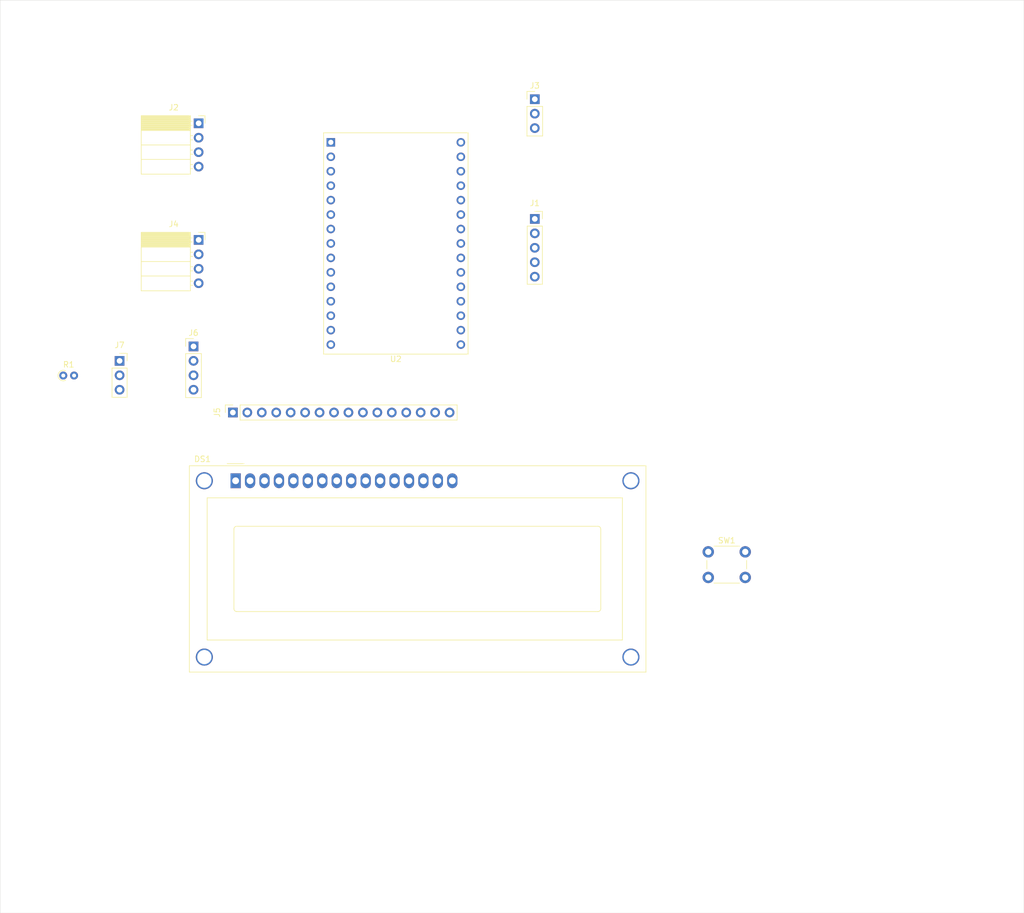
<source format=kicad_pcb>
(kicad_pcb (version 20241229) (generator "pcbnew") (generator_version "9.0")
  (layers (0 "F.Cu" signal) (2 "B.Cu" signal) (13 "F.Paste" user) (15 "B.Paste" user) (5 "F.SilkS" user "F.Silkscreen") (7 "B.SilkS" user "B.Silkscreen") (1 "F.Mask" user) (3 "B.Mask" user) (25 "Edge.Cuts" user))
  (net 0 "")
  (net 4 "SDA")
  (net 14 "SCL")
  (net 17 "3V")
  (net 19 "T_E")
  (net 20 "DIN_B")
  (net 23 "INT")
  (net 25 "5v")
  (net 26 "GND")
  (net 27 "AO_mq7")
  (net 28 "DO_mq7")
  (net 29 "AO_dht")
  (net 30 "DO_mq135")
  (net 31 "AO_mq135")
  (net 32 "VDD")
  (net 33 "VSS")
  (net 34 "A")
  (net 35 "E")
  (net 36 "V0")
  (net 37 "RW")
  (net 38 "K")
  (net 39 "RS")
  (net 40 "D4")
  (net 41 "D6")
  (net 42 "D3")
  (net 43 "D2")
  (net 44 "D7")
  (net 45 "D0")
  (net 46 "D1")
  (net 47 "D5")
  (net 49 "DIN_T")
  (net 50 "DOUT_T")
  (footprint "Connector_PinHeader_2.54mm:PinHeader_1x04_P2.54mm_Vertical" (layer "F.Cu") (at 75 115.38)
    (property "Reference" "J6" (at 0 -2.38 0) (layer "F.SilkS"))
    (property "Value" "I2C Output")
    (fp_line (start -1.38 -1.38) (end 0 -1.38) (stroke (width 0.12)) (layer "F.SilkS"))
    (fp_line (start -1.38 0) (end -1.38 -1.38) (stroke (width 0.12)) (layer "F.SilkS"))
    (fp_line (start -1.38 1.27) (end -1.38 9) (stroke (width 0.12)) (layer "F.SilkS"))
    (fp_line (start -1.38 1.27) (end 1.38 1.27) (stroke (width 0.12)) (layer "F.SilkS"))
    (fp_line (start -1.38 9) (end 1.38 9) (stroke (width 0.12)) (layer "F.SilkS"))
    (fp_line (start 1.38 1.27) (end 1.38 9) (stroke (width 0.12)) (layer "F.SilkS"))
    (pad "1" thru_hole rect (at 0 0) (size 1.7 1.7) (drill 1) (layers "*.Cu" "*.Mask") (net 14 "SCL"))
    (pad "2" thru_hole circle (at 0 2.54) (size 1.7 1.7) (drill 1) (layers "*.Cu" "*.Mask") (net 4 "SDA"))
    (pad "3" thru_hole circle (at 0 5.08) (size 1.7 1.7) (drill 1) (layers "*.Cu" "*.Mask") (net 25 "5v"))
    (pad "4" thru_hole circle (at 0 7.62) (size 1.7 1.7) (drill 1) (layers "*.Cu" "*.Mask") (net 19 "T_E"))
  )
  (footprint "RF_Module:ESP32-C3-DevKitM-1" (layer "F.Cu") (at 99.14 79.5)
    (property "Reference" "U2" (at 11.43 38.1 0) (layer "F.SilkS"))
    (property "Value" "ESP32 NodeMCU")
    (fp_line (start -1.27 -1.68) (end 24.13 -1.68) (stroke (width 0.12)) (layer "F.SilkS"))
    (fp_line (start -1.27 37.24) (end -1.27 -1.68) (stroke (width 0.12)) (layer "F.SilkS"))
    (fp_line (start 24.13 -1.68) (end 24.13 37.24) (stroke (width 0.12)) (layer "F.SilkS"))
    (fp_line (start 24.13 37.24) (end -1.27 37.24) (stroke (width 0.12)) (layer "F.SilkS"))
    (pad "1" thru_hole rect (at 0 0) (size 1.5 1.5) (drill 0.9) (layers "*.Cu" "*.Mask"))
    (pad "2" thru_hole circle (at 0 2.54) (size 1.5 1.5) (drill 0.9) (layers "*.Cu" "*.Mask"))
    (pad "3" thru_hole circle (at 0 5.08) (size 1.5 1.5) (drill 0.9) (layers "*.Cu" "*.Mask"))
    (pad "4" thru_hole circle (at 0 7.62) (size 1.5 1.5) (drill 0.9) (layers "*.Cu" "*.Mask") (net 27 "AO_mq7"))
    (pad "5" thru_hole circle (at 0 10.16) (size 1.5 1.5) (drill 0.9) (layers "*.Cu" "*.Mask") (net 31 "AO_mq135"))
    (pad "6" thru_hole circle (at 0 12.7) (size 1.5 1.5) (drill 0.9) (layers "*.Cu" "*.Mask"))
    (pad "7" thru_hole circle (at 0 15.24) (size 1.5 1.5) (drill 0.9) (layers "*.Cu" "*.Mask"))
    (pad "8" thru_hole circle (at 0 17.78) (size 1.5 1.5) (drill 0.9) (layers "*.Cu" "*.Mask") (net 29 "AO_dht"))
    (pad "9" thru_hole circle (at 0 20.32) (size 1.5 1.5) (drill 0.9) (layers "*.Cu" "*.Mask") (net 20 "DIN_B"))
    (pad "10" thru_hole circle (at 0 22.86) (size 1.5 1.5) (drill 0.9) (layers "*.Cu" "*.Mask") (net 50 "DOUT_T"))
    (pad "11" thru_hole circle (at 0 25.4) (size 1.5 1.5) (drill 0.9) (layers "*.Cu" "*.Mask"))
    (pad "12" thru_hole circle (at 0 27.94) (size 1.5 1.5) (drill 0.9) (layers "*.Cu" "*.Mask"))
    (pad "13" thru_hole circle (at 0 30.48) (size 1.5 1.5) (drill 0.9) (layers "*.Cu" "*.Mask"))
    (pad "14" thru_hole circle (at 0 33.02) (size 1.5 1.5) (drill 0.9) (layers "*.Cu" "*.Mask") (net 26 "GND"))
    (pad "15" thru_hole circle (at 0 35.56) (size 1.5 1.5) (drill 0.9) (layers "*.Cu" "*.Mask") (net 25 "5v"))
    (pad "16" thru_hole circle (at 22.86 35.56) (size 1.5 1.5) (drill 0.9) (layers "*.Cu" "*.Mask") (net 17 "3V"))
    (pad "17" thru_hole circle (at 22.86 33.02) (size 1.5 1.5) (drill 0.9) (layers "*.Cu" "*.Mask") (net 26 "GND"))
    (pad "18" thru_hole circle (at 22.86 30.48) (size 1.5 1.5) (drill 0.9) (layers "*.Cu" "*.Mask"))
    (pad "19" thru_hole circle (at 22.86 27.94) (size 1.5 1.5) (drill 0.9) (layers "*.Cu" "*.Mask"))
    (pad "20" thru_hole circle (at 22.86 25.4) (size 1.5 1.5) (drill 0.9) (layers "*.Cu" "*.Mask"))
    (pad "21" thru_hole circle (at 22.86 22.86) (size 1.5 1.5) (drill 0.9) (layers "*.Cu" "*.Mask"))
    (pad "22" thru_hole circle (at 22.86 20.32) (size 1.5 1.5) (drill 0.9) (layers "*.Cu" "*.Mask"))
    (pad "23" thru_hole circle (at 22.86 17.78) (size 1.5 1.5) (drill 0.9) (layers "*.Cu" "*.Mask"))
    (pad "24" thru_hole circle (at 22.86 15.24) (size 1.5 1.5) (drill 0.9) (layers "*.Cu" "*.Mask"))
    (pad "25" thru_hole circle (at 22.86 12.7) (size 1.5 1.5) (drill 0.9) (layers "*.Cu" "*.Mask"))
    (pad "26" thru_hole circle (at 22.86 10.16) (size 1.5 1.5) (drill 0.9) (layers "*.Cu" "*.Mask") (net 4 "SDA"))
    (pad "27" thru_hole circle (at 22.86 7.62) (size 1.5 1.5) (drill 0.9) (layers "*.Cu" "*.Mask"))
    (pad "28" thru_hole circle (at 22.86 5.08) (size 1.5 1.5) (drill 0.9) (layers "*.Cu" "*.Mask"))
    (pad "29" thru_hole circle (at 22.86 2.54) (size 1.5 1.5) (drill 0.9) (layers "*.Cu" "*.Mask") (net 14 "SCL"))
    (pad "30" thru_hole circle (at 22.86 0) (size 1.5 1.5) (drill 0.9) (layers "*.Cu" "*.Mask"))
  )
  (footprint "Display:WC1602A" (layer "F.Cu") (at 82.4 139)
    (property "Reference" "DS1" (at -5.82 -3.81 0) (layer "F.SilkS"))
    (property "Value" "WC1602A" (hide yes))
    (fp_line (start -8.14 -2.64) (end -8.14 33.64) (stroke (width 0.12)) (layer "F.SilkS"))
    (fp_line (start -8.14 33.64) (end 72.14 33.64) (stroke (width 0.12)) (layer "F.SilkS"))
    (fp_line (start -8.13 -2.64) (end -7.34 -2.64) (stroke (width 0.12)) (layer "F.SilkS"))
    (fp_line (start -5 3) (end 68 3) (stroke (width 0.12)) (layer "F.SilkS"))
    (fp_line (start -5 28) (end -5 3) (stroke (width 0.12)) (layer "F.SilkS"))
    (fp_line (start -1.5 -3) (end 1.5 -3) (stroke (width 0.12)) (layer "F.SilkS"))
    (fp_line (start -0.29972 22.49932) (end -0.29972 8.5) (stroke (width 0.12)) (layer "F.SilkS"))
    (fp_line (start 0.2 8) (end 63.7 8) (stroke (width 0.12)) (layer "F.SilkS"))
    (fp_line (start 63.70066 23) (end 0.2 23) (stroke (width 0.12)) (layer "F.SilkS"))
    (fp_line (start 64.2 8.5) (end 64.2 22.5) (stroke (width 0.12)) (layer "F.SilkS"))
    (fp_line (start 68 3) (end 68 28) (stroke (width 0.12)) (layer "F.SilkS"))
    (fp_line (start 68 28) (end -5 28) (stroke (width 0.12)) (layer "F.SilkS"))
    (fp_line (start 72.14 -2.64) (end -7.34 -2.64) (stroke (width 0.12)) (layer "F.SilkS"))
    (fp_line (start 72.14 33.64) (end 72.14 -2.64) (stroke (width 0.12)) (layer "F.SilkS"))
    (fp_arc (start -0.29972 8.49884) (mid -0.153162 8.145018) (end 0.20066 7.99846) (stroke (width 0.12)) (layer "F.SilkS"))
    (fp_arc (start 0.20066 22.9997) (mid -0.153162 22.853142) (end -0.29972 22.49932) (stroke (width 0.12)) (layer "F.SilkS"))
    (fp_arc (start 63.7 8) (mid 64.053553 8.146447) (end 64.2 8.5) (stroke (width 0.12)) (layer "F.SilkS"))
    (fp_arc (start 64.20104 22.49932) (mid 64.054482 22.853142) (end 63.70066 22.9997) (stroke (width 0.12)) (layer "F.SilkS"))
    (pad "" thru_hole circle (at -5.4991 0) (size 3 3) (drill 2.5) (layers "*.Cu" "*.Mask"))
    (pad "" thru_hole circle (at -5.4991 31.0007) (size 3 3) (drill 2.5) (layers "*.Cu" "*.Mask"))
    (pad "" thru_hole circle (at 69.49948 31.0007) (size 3 3) (drill 2.5) (layers "*.Cu" "*.Mask"))
    (pad "" thru_hole circle (at 69.5 0) (size 3 3) (drill 2.5) (layers "*.Cu" "*.Mask"))
    (pad "1" thru_hole rect (at 0 0) (size 1.8 2.6) (drill 1.2) (layers "*.Cu" "*.Mask") (net 33 "VSS"))
    (pad "2" thru_hole oval (at 2.54 0) (size 1.8 2.6) (drill 1.2) (layers "*.Cu" "*.Mask") (net 32 "VDD"))
    (pad "3" thru_hole oval (at 5.08 0) (size 1.8 2.6) (drill 1.2) (layers "*.Cu" "*.Mask") (net 36 "V0"))
    (pad "4" thru_hole oval (at 7.62 0) (size 1.8 2.6) (drill 1.2) (layers "*.Cu" "*.Mask") (net 39 "RS"))
    (pad "5" thru_hole oval (at 10.16 0) (size 1.8 2.6) (drill 1.2) (layers "*.Cu" "*.Mask") (net 37 "RW"))
    (pad "6" thru_hole oval (at 12.7 0) (size 1.8 2.6) (drill 1.2) (layers "*.Cu" "*.Mask") (net 35 "E"))
    (pad "7" thru_hole oval (at 15.24 0) (size 1.8 2.6) (drill 1.2) (layers "*.Cu" "*.Mask") (net 45 "D0"))
    (pad "8" thru_hole oval (at 17.78 0) (size 1.8 2.6) (drill 1.2) (layers "*.Cu" "*.Mask") (net 46 "D1"))
    (pad "9" thru_hole oval (at 20.32 0) (size 1.8 2.6) (drill 1.2) (layers "*.Cu" "*.Mask") (net 43 "D2"))
    (pad "10" thru_hole oval (at 22.86 0) (size 1.8 2.6) (drill 1.2) (layers "*.Cu" "*.Mask") (net 42 "D3"))
    (pad "11" thru_hole oval (at 25.4 0) (size 1.8 2.6) (drill 1.2) (layers "*.Cu" "*.Mask") (net 40 "D4"))
    (pad "12" thru_hole oval (at 27.94 0) (size 1.8 2.6) (drill 1.2) (layers "*.Cu" "*.Mask") (net 47 "D5"))
    (pad "13" thru_hole oval (at 30.48 0) (size 1.8 2.6) (drill 1.2) (layers "*.Cu" "*.Mask") (net 41 "D6"))
    (pad "14" thru_hole oval (at 33.02 0) (size 1.8 2.6) (drill 1.2) (layers "*.Cu" "*.Mask") (net 44 "D7"))
    (pad "15" thru_hole oval (at 35.56 0) (size 1.8 2.6) (drill 1.2) (layers "*.Cu" "*.Mask") (net 34 "A"))
    (pad "16" thru_hole oval (at 38.1 0) (size 1.8 2.6) (drill 1.2) (layers "*.Cu" "*.Mask") (net 38 "K"))
  )
  (footprint "Resistor_THT:R_Axial_DIN0204_L3.6mm_D1.6mm_P1.90mm_Vertical" (layer "F.Cu") (at 52.1 120.5)
    (property "Reference" "R1" (at 0.95 -1.92 0) (layer "F.SilkS"))
    (property "Value" "470 Ohm")
    (fp_arc (start 0.417133 0.82) (mid -0.92 0) (end 0.417133 -0.82) (stroke (width 0.12)) (layer "F.SilkS"))
    (pad "1" thru_hole circle (at 0 0) (size 1.4 1.4) (drill 0.7) (layers "*.Cu" "*.Mask") (net 50 "DOUT_T"))
    (pad "2" thru_hole circle (at 1.9 0) (size 1.4 1.4) (drill 0.7) (layers "*.Cu" "*.Mask") (net 49 "DIN_T"))
  )
  (footprint "Connector_PinSocket_2.54mm:PinSocket_1x03_P2.54mm_Vertical" (layer "F.Cu") (at 62 117.92)
    (property "Reference" "J7" (at 0 -2.77 0) (layer "F.SilkS"))
    (property "Value" "TO-92 S9013 NPN")
    (fp_line (start -1.33 1.27) (end -1.33 6.41) (stroke (width 0.12)) (layer "F.SilkS"))
    (fp_line (start -1.33 1.27) (end 1.33 1.27) (stroke (width 0.12)) (layer "F.SilkS"))
    (fp_line (start -1.33 6.41) (end 1.33 6.41) (stroke (width 0.12)) (layer "F.SilkS"))
    (fp_line (start 0 -1.33) (end 1.33 -1.33) (stroke (width 0.12)) (layer "F.SilkS"))
    (fp_line (start 1.33 -1.33) (end 1.33 0) (stroke (width 0.12)) (layer "F.SilkS"))
    (fp_line (start 1.33 1.27) (end 1.33 6.41) (stroke (width 0.12)) (layer "F.SilkS"))
    (pad "1" thru_hole rect (at 0 0) (size 1.7 1.7) (drill 1) (layers "*.Cu" "*.Mask") (net 26 "GND"))
    (pad "2" thru_hole circle (at 0 2.54) (size 1.7 1.7) (drill 1) (layers "*.Cu" "*.Mask") (net 49 "DIN_T"))
    (pad "3" thru_hole circle (at 0 5.08) (size 1.7 1.7) (drill 1) (layers "*.Cu" "*.Mask") (net 19 "T_E"))
  )
  (footprint "Connector_PinSocket_2.54mm:PinSocket_1x04_P2.54mm_Horizontal" (layer "F.Cu") (at 75.9 96.65)
    (property "Reference" "J4" (at -4.38 -2.77 0) (layer "F.SilkS"))
    (property "Value" "MQ135")
    (fp_line (start -10.09 -1.33) (end -10.09 8.95) (stroke (width 0.12)) (layer "F.SilkS"))
    (fp_line (start -10.09 -1.33) (end -1.46 -1.33) (stroke (width 0.12)) (layer "F.SilkS"))
    (fp_line (start -10.09 -1.21) (end -1.46 -1.21) (stroke (width 0.12)) (layer "F.SilkS"))
    (fp_line (start -10.09 -1.091905) (end -1.46 -1.091905) (stroke (width 0.12)) (layer "F.SilkS"))
    (fp_line (start -10.09 -0.97381) (end -1.46 -0.97381) (stroke (width 0.12)) (layer "F.SilkS"))
    (fp_line (start -10.09 -0.855715) (end -1.46 -0.855715) (stroke (width 0.12)) (layer "F.SilkS"))
    (fp_line (start -10.09 -0.73762) (end -1.46 -0.73762) (stroke (width 0.12)) (layer "F.SilkS"))
    (fp_line (start -10.09 -0.619525) (end -1.46 -0.619525) (stroke (width 0.12)) (layer "F.SilkS"))
    (fp_line (start -10.09 -0.50143) (end -1.46 -0.50143) (stroke (width 0.12)) (layer "F.SilkS"))
    (fp_line (start -10.09 -0.383335) (end -1.46 -0.383335) (stroke (width 0.12)) (layer "F.SilkS"))
    (fp_line (start -10.09 -0.26524) (end -1.46 -0.26524) (stroke (width 0.12)) (layer "F.SilkS"))
    (fp_line (start -10.09 -0.147145) (end -1.46 -0.147145) (stroke (width 0.12)) (layer "F.SilkS"))
    (fp_line (start -10.09 -0.02905) (end -1.46 -0.02905) (stroke (width 0.12)) (layer "F.SilkS"))
    (fp_line (start -10.09 0.089045) (end -1.46 0.089045) (stroke (width 0.12)) (layer "F.SilkS"))
    (fp_line (start -10.09 0.20714) (end -1.46 0.20714) (stroke (width 0.12)) (layer "F.SilkS"))
    (fp_line (start -10.09 0.325235) (end -1.46 0.325235) (stroke (width 0.12)) (layer "F.SilkS"))
    (fp_line (start -10.09 0.44333) (end -1.46 0.44333) (stroke (width 0.12)) (layer "F.SilkS"))
    (fp_line (start -10.09 0.561425) (end -1.46 0.561425) (stroke (width 0.12)) (layer "F.SilkS"))
    (fp_line (start -10.09 0.67952) (end -1.46 0.67952) (stroke (width 0.12)) (layer "F.SilkS"))
    (fp_line (start -10.09 0.797615) (end -1.46 0.797615) (stroke (width 0.12)) (layer "F.SilkS"))
    (fp_line (start -10.09 0.91571) (end -1.46 0.91571) (stroke (width 0.12)) (layer "F.SilkS"))
    (fp_line (start -10.09 1.033805) (end -1.46 1.033805) (stroke (width 0.12)) (layer "F.SilkS"))
    (fp_line (start -10.09 1.1519) (end -1.46 1.1519) (stroke (width 0.12)) (layer "F.SilkS"))
    (fp_line (start -10.09 1.27) (end -1.46 1.27) (stroke (width 0.12)) (layer "F.SilkS"))
    (fp_line (start -10.09 3.81) (end -1.46 3.81) (stroke (width 0.12)) (layer "F.SilkS"))
    (fp_line (start -10.09 6.35) (end -1.46 6.35) (stroke (width 0.12)) (layer "F.SilkS"))
    (fp_line (start -10.09 8.95) (end -1.46 8.95) (stroke (width 0.12)) (layer "F.SilkS"))
    (fp_line (start -1.46 -1.33) (end -1.46 8.95) (stroke (width 0.12)) (layer "F.SilkS"))
    (fp_line (start -1.46 -0.36) (end -1.11 -0.36) (stroke (width 0.12)) (layer "F.SilkS"))
    (fp_line (start -1.46 0.36) (end -1.11 0.36) (stroke (width 0.12)) (layer "F.SilkS"))
    (fp_line (start -1.46 2.18) (end -1.05 2.18) (stroke (width 0.12)) (layer "F.SilkS"))
    (fp_line (start -1.46 2.9) (end -1.05 2.9) (stroke (width 0.12)) (layer "F.SilkS"))
    (fp_line (start -1.46 4.72) (end -1.05 4.72) (stroke (width 0.12)) (layer "F.SilkS"))
    (fp_line (start -1.46 5.44) (end -1.05 5.44) (stroke (width 0.12)) (layer "F.SilkS"))
    (fp_line (start -1.46 7.26) (end -1.05 7.26) (stroke (width 0.12)) (layer "F.SilkS"))
    (fp_line (start -1.46 7.98) (end -1.05 7.98) (stroke (width 0.12)) (layer "F.SilkS"))
    (fp_line (start 0 -1.33) (end 1.11 -1.33) (stroke (width 0.12)) (layer "F.SilkS"))
    (fp_line (start 1.11 -1.33) (end 1.11 0) (stroke (width 0.12)) (layer "F.SilkS"))
    (pad "1" thru_hole rect (at 0 0) (size 1.7 1.7) (drill 1) (layers "*.Cu" "*.Mask") (net 25 "5v"))
    (pad "2" thru_hole circle (at 0 2.54) (size 1.7 1.7) (drill 1) (layers "*.Cu" "*.Mask") (net 26 "GND"))
    (pad "3" thru_hole circle (at 0 5.08) (size 1.7 1.7) (drill 1) (layers "*.Cu" "*.Mask") (net 30 "DO_mq135"))
    (pad "4" thru_hole circle (at 0 7.62) (size 1.7 1.7) (drill 1) (layers "*.Cu" "*.Mask") (net 31 "AO_mq135"))
  )
  (footprint "Connector_PinSocket_2.54mm:PinSocket_1x05_P2.54mm_Vertical" (layer "F.Cu") (at 135 92.96)
    (property "Reference" "J1" (at 0 -2.77 0) (layer "F.SilkS"))
    (property "Value" "TSL2561")
    (fp_line (start -1.33 1.27) (end -1.33 11.49) (stroke (width 0.12)) (layer "F.SilkS"))
    (fp_line (start -1.33 1.27) (end 1.33 1.27) (stroke (width 0.12)) (layer "F.SilkS"))
    (fp_line (start -1.33 11.49) (end 1.33 11.49) (stroke (width 0.12)) (layer "F.SilkS"))
    (fp_line (start 0 -1.33) (end 1.33 -1.33) (stroke (width 0.12)) (layer "F.SilkS"))
    (fp_line (start 1.33 -1.33) (end 1.33 0) (stroke (width 0.12)) (layer "F.SilkS"))
    (fp_line (start 1.33 1.27) (end 1.33 11.49) (stroke (width 0.12)) (layer "F.SilkS"))
    (pad "1" thru_hole rect (at 0 0) (size 1.7 1.7) (drill 1) (layers "*.Cu" "*.Mask") (net 17 "3V"))
    (pad "2" thru_hole circle (at 0 2.54) (size 1.7 1.7) (drill 1) (layers "*.Cu" "*.Mask") (net 26 "GND"))
    (pad "3" thru_hole circle (at 0 5.08) (size 1.7 1.7) (drill 1) (layers "*.Cu" "*.Mask") (net 14 "SCL"))
    (pad "4" thru_hole circle (at 0 7.62) (size 1.7 1.7) (drill 1) (layers "*.Cu" "*.Mask") (net 4 "SDA"))
    (pad "5" thru_hole circle (at 0 10.16) (size 1.7 1.7) (drill 1) (layers "*.Cu" "*.Mask") (net 23 "INT"))
  )
  (footprint "Connector_PinHeader_2.54mm:PinHeader_1x03_P2.54mm_Vertical" (layer "F.Cu") (at 135 71.92)
    (property "Reference" "J3" (at 0 -2.38 0) (layer "F.SilkS"))
    (property "Value" "DHT22")
    (fp_line (start -1.38 -1.38) (end 0 -1.38) (stroke (width 0.12)) (layer "F.SilkS"))
    (fp_line (start -1.38 0) (end -1.38 -1.38) (stroke (width 0.12)) (layer "F.SilkS"))
    (fp_line (start -1.38 1.27) (end -1.38 6.46) (stroke (width 0.12)) (layer "F.SilkS"))
    (fp_line (start -1.38 1.27) (end 1.38 1.27) (stroke (width 0.12)) (layer "F.SilkS"))
    (fp_line (start -1.38 6.46) (end 1.38 6.46) (stroke (width 0.12)) (layer "F.SilkS"))
    (fp_line (start 1.38 1.27) (end 1.38 6.46) (stroke (width 0.12)) (layer "F.SilkS"))
    (pad "1" thru_hole rect (at 0 0) (size 1.7 1.7) (drill 1) (layers "*.Cu" "*.Mask") (net 26 "GND"))
    (pad "2" thru_hole circle (at 0 2.54) (size 1.7 1.7) (drill 1) (layers "*.Cu" "*.Mask") (net 29 "AO_dht"))
    (pad "3" thru_hole circle (at 0 5.08) (size 1.7 1.7) (drill 1) (layers "*.Cu" "*.Mask") (net 17 "3V"))
  )
  (footprint "Connector_PinSocket_2.54mm:PinSocket_1x04_P2.54mm_Horizontal" (layer "F.Cu") (at 75.9 76.15)
    (property "Reference" "J2" (at -4.38 -2.77 0) (layer "F.SilkS"))
    (property "Value" "MQ7")
    (fp_line (start -10.09 -1.33) (end -10.09 8.95) (stroke (width 0.12)) (layer "F.SilkS"))
    (fp_line (start -10.09 -1.33) (end -1.46 -1.33) (stroke (width 0.12)) (layer "F.SilkS"))
    (fp_line (start -10.09 -1.21) (end -1.46 -1.21) (stroke (width 0.12)) (layer "F.SilkS"))
    (fp_line (start -10.09 -1.091905) (end -1.46 -1.091905) (stroke (width 0.12)) (layer "F.SilkS"))
    (fp_line (start -10.09 -0.97381) (end -1.46 -0.97381) (stroke (width 0.12)) (layer "F.SilkS"))
    (fp_line (start -10.09 -0.855715) (end -1.46 -0.855715) (stroke (width 0.12)) (layer "F.SilkS"))
    (fp_line (start -10.09 -0.73762) (end -1.46 -0.73762) (stroke (width 0.12)) (layer "F.SilkS"))
    (fp_line (start -10.09 -0.619525) (end -1.46 -0.619525) (stroke (width 0.12)) (layer "F.SilkS"))
    (fp_line (start -10.09 -0.50143) (end -1.46 -0.50143) (stroke (width 0.12)) (layer "F.SilkS"))
    (fp_line (start -10.09 -0.383335) (end -1.46 -0.383335) (stroke (width 0.12)) (layer "F.SilkS"))
    (fp_line (start -10.09 -0.26524) (end -1.46 -0.26524) (stroke (width 0.12)) (layer "F.SilkS"))
    (fp_line (start -10.09 -0.147145) (end -1.46 -0.147145) (stroke (width 0.12)) (layer "F.SilkS"))
    (fp_line (start -10.09 -0.02905) (end -1.46 -0.02905) (stroke (width 0.12)) (layer "F.SilkS"))
    (fp_line (start -10.09 0.089045) (end -1.46 0.089045) (stroke (width 0.12)) (layer "F.SilkS"))
    (fp_line (start -10.09 0.20714) (end -1.46 0.20714) (stroke (width 0.12)) (layer "F.SilkS"))
    (fp_line (start -10.09 0.325235) (end -1.46 0.325235) (stroke (width 0.12)) (layer "F.SilkS"))
    (fp_line (start -10.09 0.44333) (end -1.46 0.44333) (stroke (width 0.12)) (layer "F.SilkS"))
    (fp_line (start -10.09 0.561425) (end -1.46 0.561425) (stroke (width 0.12)) (layer "F.SilkS"))
    (fp_line (start -10.09 0.67952) (end -1.46 0.67952) (stroke (width 0.12)) (layer "F.SilkS"))
    (fp_line (start -10.09 0.797615) (end -1.46 0.797615) (stroke (width 0.12)) (layer "F.SilkS"))
    (fp_line (start -10.09 0.91571) (end -1.46 0.91571) (stroke (width 0.12)) (layer "F.SilkS"))
    (fp_line (start -10.09 1.033805) (end -1.46 1.033805) (stroke (width 0.12)) (layer "F.SilkS"))
    (fp_line (start -10.09 1.1519) (end -1.46 1.1519) (stroke (width 0.12)) (layer "F.SilkS"))
    (fp_line (start -10.09 1.27) (end -1.46 1.27) (stroke (width 0.12)) (layer "F.SilkS"))
    (fp_line (start -10.09 3.81) (end -1.46 3.81) (stroke (width 0.12)) (layer "F.SilkS"))
    (fp_line (start -10.09 6.35) (end -1.46 6.35) (stroke (width 0.12)) (layer "F.SilkS"))
    (fp_line (start -10.09 8.95) (end -1.46 8.95) (stroke (width 0.12)) (layer "F.SilkS"))
    (fp_line (start -1.46 -1.33) (end -1.46 8.95) (stroke (width 0.12)) (layer "F.SilkS"))
    (fp_line (start -1.46 -0.36) (end -1.11 -0.36) (stroke (width 0.12)) (layer "F.SilkS"))
    (fp_line (start -1.46 0.36) (end -1.11 0.36) (stroke (width 0.12)) (layer "F.SilkS"))
    (fp_line (start -1.46 2.18) (end -1.05 2.18) (stroke (width 0.12)) (layer "F.SilkS"))
    (fp_line (start -1.46 2.9) (end -1.05 2.9) (stroke (width 0.12)) (layer "F.SilkS"))
    (fp_line (start -1.46 4.72) (end -1.05 4.72) (stroke (width 0.12)) (layer "F.SilkS"))
    (fp_line (start -1.46 5.44) (end -1.05 5.44) (stroke (width 0.12)) (layer "F.SilkS"))
    (fp_line (start -1.46 7.26) (end -1.05 7.26) (stroke (width 0.12)) (layer "F.SilkS"))
    (fp_line (start -1.46 7.98) (end -1.05 7.98) (stroke (width 0.12)) (layer "F.SilkS"))
    (fp_line (start 0 -1.33) (end 1.11 -1.33) (stroke (width 0.12)) (layer "F.SilkS"))
    (fp_line (start 1.11 -1.33) (end 1.11 0) (stroke (width 0.12)) (layer "F.SilkS"))
    (pad "1" thru_hole rect (at 0 0) (size 1.7 1.7) (drill 1) (layers "*.Cu" "*.Mask") (net 25 "5v"))
    (pad "2" thru_hole circle (at 0 2.54) (size 1.7 1.7) (drill 1) (layers "*.Cu" "*.Mask") (net 26 "GND"))
    (pad "3" thru_hole circle (at 0 5.08) (size 1.7 1.7) (drill 1) (layers "*.Cu" "*.Mask") (net 28 "DO_mq7"))
    (pad "4" thru_hole circle (at 0 7.62) (size 1.7 1.7) (drill 1) (layers "*.Cu" "*.Mask") (net 27 "AO_mq7"))
  )
  (footprint "Button_Switch_THT:SW_PUSH_6mm" (layer "F.Cu") (at 165.5 151.5)
    (property "Reference" "SW1" (at 3.25 -2 0) (layer "F.SilkS"))
    (property "Value" "SW_Push_Dual")
    (fp_line (start -0.25 1.5) (end -0.25 3) (stroke (width 0.12)) (layer "F.SilkS"))
    (fp_line (start 1 5.5) (end 5.5 5.5) (stroke (width 0.12)) (layer "F.SilkS"))
    (fp_line (start 5.5 -1) (end 1 -1) (stroke (width 0.12)) (layer "F.SilkS"))
    (fp_line (start 6.75 3) (end 6.75 1.5) (stroke (width 0.12)) (layer "F.SilkS"))
    (pad "1" thru_hole circle (at 0 0 90) (size 2 2) (drill 1.1) (layers "*.Cu" "*.Mask") (net 20 "DIN_B"))
    (pad "1" thru_hole circle (at 6.5 0 90) (size 2 2) (drill 1.1) (layers "*.Cu" "*.Mask") (net 20 "DIN_B"))
    (pad "2" thru_hole circle (at 0 4.5 90) (size 2 2) (drill 1.1) (layers "*.Cu" "*.Mask"))
    (pad "2" thru_hole circle (at 6.5 4.5 90) (size 2 2) (drill 1.1) (layers "*.Cu" "*.Mask"))
  )
  (footprint "Connector_PinSocket_2.54mm:PinSocket_1x16_P2.54mm_Vertical" (layer "F.Cu") (at 81.92 127 90)
    (property "Reference" "J5" (at 0 -2.77 90) (layer "F.SilkS"))
    (property "Value" "I2C Adapter")
    (fp_line (start 1.33 -1.33) (end 1.33 0) (stroke (width 0.12)) (layer "F.SilkS"))
    (fp_line (start 0 -1.33) (end 1.33 -1.33) (stroke (width 0.12)) (layer "F.SilkS"))
    (fp_line (start 1.33 1.27) (end 1.33 39.43) (stroke (width 0.12)) (layer "F.SilkS"))
    (fp_line (start -1.33 1.27) (end 1.33 1.27) (stroke (width 0.12)) (layer "F.SilkS"))
    (fp_line (start -1.33 1.27) (end -1.33 39.43) (stroke (width 0.12)) (layer "F.SilkS"))
    (fp_line (start -1.33 39.43) (end 1.33 39.43) (stroke (width 0.12)) (layer "F.SilkS"))
    (pad "1" thru_hole rect (at 0 0 90) (size 1.7 1.7) (drill 1) (layers "*.Cu" "*.Mask") (net 33 "VSS"))
    (pad "2" thru_hole circle (at 0 2.54 90) (size 1.7 1.7) (drill 1) (layers "*.Cu" "*.Mask") (net 32 "VDD"))
    (pad "3" thru_hole circle (at 0 5.08 90) (size 1.7 1.7) (drill 1) (layers "*.Cu" "*.Mask") (net 36 "V0"))
    (pad "4" thru_hole circle (at 0 7.62 90) (size 1.7 1.7) (drill 1) (layers "*.Cu" "*.Mask") (net 39 "RS"))
    (pad "5" thru_hole circle (at 0 10.16 90) (size 1.7 1.7) (drill 1) (layers "*.Cu" "*.Mask") (net 37 "RW"))
    (pad "6" thru_hole circle (at 0 12.7 90) (size 1.7 1.7) (drill 1) (layers "*.Cu" "*.Mask") (net 35 "E"))
    (pad "7" thru_hole circle (at 0 15.24 90) (size 1.7 1.7) (drill 1) (layers "*.Cu" "*.Mask") (net 45 "D0"))
    (pad "8" thru_hole circle (at 0 17.78 90) (size 1.7 1.7) (drill 1) (layers "*.Cu" "*.Mask") (net 46 "D1"))
    (pad "9" thru_hole circle (at 0 20.32 90) (size 1.7 1.7) (drill 1) (layers "*.Cu" "*.Mask") (net 43 "D2"))
    (pad "10" thru_hole circle (at 0 22.86 90) (size 1.7 1.7) (drill 1) (layers "*.Cu" "*.Mask") (net 42 "D3"))
    (pad "11" thru_hole circle (at 0 25.4 90) (size 1.7 1.7) (drill 1) (layers "*.Cu" "*.Mask") (net 40 "D4"))
    (pad "12" thru_hole circle (at 0 27.94 90) (size 1.7 1.7) (drill 1) (layers "*.Cu" "*.Mask") (net 47 "D5"))
    (pad "13" thru_hole circle (at 0 30.48 90) (size 1.7 1.7) (drill 1) (layers "*.Cu" "*.Mask") (net 41 "D6"))
    (pad "14" thru_hole circle (at 0 33.02 90) (size 1.7 1.7) (drill 1) (layers "*.Cu" "*.Mask") (net 44 "D7"))
    (pad "15" thru_hole circle (at 0 35.56 90) (size 1.7 1.7) (drill 1) (layers "*.Cu" "*.Mask") (net 34 "A"))
    (pad "16" thru_hole circle (at 0 38.1 90) (size 1.7 1.7) (drill 1) (layers "*.Cu" "*.Mask") (net 38 "K"))
  )
  (gr_rect (start 41 54.5) (end 221 215) (stroke (width 0.05)) (fill no) (layer "Edge.Cuts"))
)
</source>
